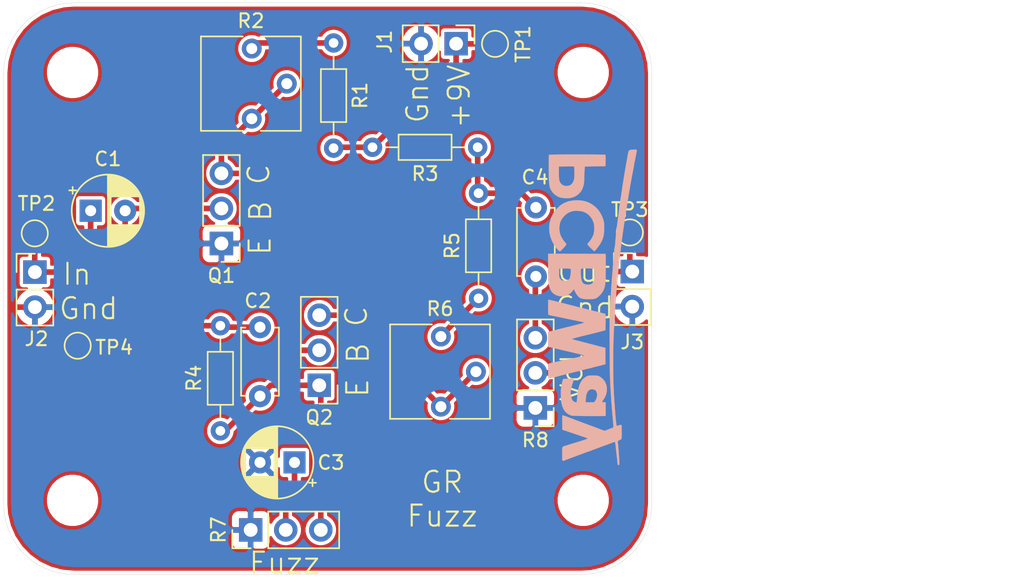
<source format=kicad_pcb>
(kicad_pcb (version 20171130) (host pcbnew 5.1.9+dfsg1-1)
  (layers (0 F.Cu signal) (31 B.Cu signal) (34 B.Paste user hide) (35 F.Paste user) (36 B.SilkS user) (37 F.SilkS user) (38 B.Mask user hide) (39 F.Mask user hide) (44 Edge.Cuts user))
  (net 0 "")
  (net 1 GNDREF)
  (net 2 "Net-(C4-Pad1)")
  (net 3 "Net-(C2-Pad1)")
  (net 4 /Out)
  (net 5 "Net-(C1-Pad2)")
  (net 6 "Net-(C3-Pad1)")
  (net 7 /In)
  (net 8 "Net-(C4-Pad2)")
  (net 9 +9V)
  (net 10 "Net-(Q1-Pad3)")
  (net 11 "Net-(Q2-Pad3)")
  (net 12 "Net-(R1-Pad1)")
  (net 13 "Net-(R5-Pad1)")
  (module "_Custom_Footprints:pcb way logo" (layer B.Cu) (at 131.3434 77.0128 270)
    (fp_text reference G*** hide)
    (fp_text value LOGO hide)
  )
  (module MountingHole:MountingHole_3.2mm_M3 (layer F.Cu) (at 92.6338 92.9386)
    (fp_text reference MH1 hide)
    (fp_text value MountingHole)
    (pad "" np_thru_hole circle (at 0.3662 -1.9386) (size 3.2 3.2) (drill 3.2) (layers *.Cu *.Mask))
  )
  (module MountingHole:MountingHole_3.2mm_M3 (layer F.Cu) (at 92.1258 59.2074)
    (fp_text reference MH3 hide)
    (fp_text value MountingHole)
    (pad "" np_thru_hole circle (at 0.8742 0.7926) (size 3.2 3.2) (drill 3.2) (layers *.Cu *.Mask))
  )
  (module MountingHole:MountingHole_3.2mm_M3 (layer F.Cu) (at 158.4706 58.6232)
    (fp_text reference MH2 hide)
    (fp_text value MountingHole)
    (pad "" np_thru_hole circle (at -28.4706 1.3768) (size 3.2 3.2) (drill 3.2) (layers *.Cu *.Mask))
  )
  (module MountingHole:MountingHole_3.2mm_M3 (layer F.Cu) (at 158.3182 93.0402)
    (fp_text reference MH4 hide)
    (fp_text value MountingHole)
    (pad "" np_thru_hole circle (at -28.3182 -2.0402) (size 3.2 3.2) (drill 3.2) (layers *.Cu *.Mask))
  )
  (module Connector_PinHeader_2.54mm:PinHeader_1x02_P2.54mm_Vertical (layer F.Cu) (at 90.2716 74.4601)
    (fp_text reference J2 (at 0.1143 4.8387) (layer F.SilkS))
    (fp_text value Conn_01x02)
    (pad 1 thru_hole rect (at 0 0) (size 1.7 1.7) (drill 1) (layers *.Cu *.Mask) (net 7 /In))
    (pad 2 thru_hole oval (at 0 2.54) (size 1.7 1.7) (drill 1) (layers *.Cu *.Mask) (net 1 GNDREF))
  )
  (module Connector_PinHeader_2.54mm:PinHeader_1x02_P2.54mm_Vertical (layer F.Cu) (at 133.5532 74.422)
    (fp_text reference J3 (at 0 5.1054) (layer F.SilkS))
    (fp_text value Conn_01x02)
    (pad 1 thru_hole rect (at 0 0) (size 1.7 1.7) (drill 1) (layers *.Cu *.Mask) (net 4 /Out))
    (pad 2 thru_hole oval (at 0 2.54) (size 1.7 1.7) (drill 1) (layers *.Cu *.Mask) (net 1 GNDREF))
  )
  (module Connector_PinHeader_2.54mm:PinHeader_1x02_P2.54mm_Vertical (layer F.Cu) (at 120.7897 57.912 270)
    (fp_text reference J1 (at -0.1397 5.1816 90) (layer F.SilkS))
    (fp_text value Conn_01x02)
    (pad 2 thru_hole oval (at 0 2.54 270) (size 1.7 1.7) (drill 1) (layers *.Cu *.Mask) (net 1 GNDREF))
    (pad 1 thru_hole rect (at 0 0 270) (size 1.7 1.7) (drill 1) (layers *.Cu *.Mask) (net 9 +9V))
  )
  (module TestPoint:TestPoint_Pad_D1.5mm (layer F.Cu) (at 123.6091 57.9247 270)
    (fp_text reference TP1 (at 0.0127 -2.032 90) (layer F.SilkS))
    (fp_text value TestPoint)
    (pad 1 smd circle (at 0 0 270) (size 1.5 1.5) (layers F.Cu F.Mask) (net 9 +9V))
  )
  (module TestPoint:TestPoint_Pad_D1.5mm (layer F.Cu) (at 90.2589 71.6534)
    (fp_text reference TP2 (at 0.127 -2.159 180) (layer F.SilkS))
    (fp_text value TestPoint)
    (pad 1 smd circle (at 0 0) (size 1.5 1.5) (layers F.Cu F.Mask) (net 7 /In))
  )
  (module TestPoint:TestPoint_Pad_D1.5mm (layer F.Cu) (at 133.3754 71.5899)
    (fp_text reference TP3 (at 0 -1.648) (layer F.SilkS))
    (fp_text value TestPoint)
    (pad 1 smd circle (at 0 0) (size 1.5 1.5) (layers F.Cu F.Mask) (net 4 /Out))
  )
  (module TestPoint:TestPoint_Pad_D1.5mm (layer F.Cu) (at 93.3704 79.7941 270)
    (fp_text reference TP4 (at 0.127 -2.6416 180) (layer F.SilkS))
    (fp_text value TestPoint)
    (pad 1 smd circle (at 0 0 270) (size 1.5 1.5) (layers F.Cu F.Mask) (net 1 GNDREF))
  )
  (module Capacitor_THT:CP_Radial_D5.0mm_P2.50mm (layer F.Cu) (at 94.3102 70.0151)
    (fp_text reference C1 (at 1.25 -3.75) (layer F.SilkS))
    (fp_text value 2u2)
    (pad 1 thru_hole rect (at 0 0) (size 1.6 1.6) (drill 0.8) (layers *.Cu *.Mask) (net 7 /In))
    (pad 2 thru_hole circle (at 2.5 0) (size 1.6 1.6) (drill 0.8) (layers *.Cu *.Mask) (net 5 "Net-(C1-Pad2)"))
  )
  (module Capacitor_THT:C_Disc_D4.7mm_W2.5mm_P5.00mm (layer F.Cu) (at 106.5784 83.4517 90)
    (fp_text reference C2 (at 6.9088 -0.1524 180) (layer F.SilkS))
    (fp_text value 470pF)
    (pad 2 thru_hole circle (at 5 0 90) (size 1.6 1.6) (drill 0.8) (layers *.Cu *.Mask) (net 5 "Net-(C1-Pad2)"))
    (pad 1 thru_hole circle (at 0 0 90) (size 1.6 1.6) (drill 0.8) (layers *.Cu *.Mask) (net 3 "Net-(C2-Pad1)"))
  )
  (module Capacitor_THT:CP_Radial_D5.0mm_P2.50mm (layer F.Cu) (at 109.0803 88.2523 180)
    (fp_text reference C3 (at -2.6416 -0.0127) (layer F.SilkS))
    (fp_text value 22u)
    (pad 2 thru_hole circle (at 2.5 0 180) (size 1.6 1.6) (drill 0.8) (layers *.Cu *.Mask) (net 1 GNDREF))
    (pad 1 thru_hole rect (at 0 0 180) (size 1.6 1.6) (drill 0.8) (layers *.Cu *.Mask) (net 6 "Net-(C3-Pad1)"))
  )
  (module Capacitor_THT:C_Disc_D4.7mm_W2.5mm_P5.00mm (layer F.Cu) (at 126.5682 74.7776 90)
    (fp_text reference C4 (at 7.1882 -0.0635 180) (layer F.SilkS))
    (fp_text value 100nF)
    (pad 1 thru_hole circle (at 0 0 90) (size 1.6 1.6) (drill 0.8) (layers *.Cu *.Mask) (net 2 "Net-(C4-Pad1)"))
    (pad 2 thru_hole circle (at 5 0 90) (size 1.6 1.6) (drill 0.8) (layers *.Cu *.Mask) (net 8 "Net-(C4-Pad2)"))
  )
  (module Connector_PinHeader_2.54mm:PinHeader_1x03_P2.54mm_Vertical (layer F.Cu) (at 103.7844 72.39 180)
    (fp_text reference Q1 (at 0 -2.33) (layer F.SilkS))
    (fp_text value 2N3904)
    (pad 3 thru_hole oval (at 0 5.08 180) (size 1.7 1.7) (drill 1) (layers *.Cu *.Mask) (net 10 "Net-(Q1-Pad3)"))
    (pad 2 thru_hole oval (at 0 2.54 180) (size 1.7 1.7) (drill 1) (layers *.Cu *.Mask) (net 5 "Net-(C1-Pad2)"))
    (pad 1 thru_hole rect (at 0 0 180) (size 1.7 1.7) (drill 1) (layers *.Cu *.Mask) (net 1 GNDREF))
  )
  (module Connector_PinHeader_2.54mm:PinHeader_1x03_P2.54mm_Vertical (layer F.Cu) (at 110.871 82.6643 180)
    (fp_text reference Q2 (at 0 -2.33) (layer F.SilkS))
    (fp_text value 2N3904)
    (pad 3 thru_hole oval (at 0 5.08 180) (size 1.7 1.7) (drill 1) (layers *.Cu *.Mask) (net 11 "Net-(Q2-Pad3)"))
    (pad 2 thru_hole oval (at 0 2.54 180) (size 1.7 1.7) (drill 1) (layers *.Cu *.Mask) (net 10 "Net-(Q1-Pad3)"))
    (pad 1 thru_hole rect (at 0 0 180) (size 1.7 1.7) (drill 1) (layers *.Cu *.Mask) (net 3 "Net-(C2-Pad1)"))
  )
  (module Resistor_THT:R_Axial_DIN0204_L3.6mm_D1.6mm_P7.62mm_Horizontal (layer F.Cu) (at 111.9124 57.8612 270)
    (fp_text reference R1 (at 3.81 -1.92 90) (layer F.SilkS))
    (fp_text value 20K)
    (pad 1 thru_hole circle (at 0 0 270) (size 1.4 1.4) (drill 0.7) (layers *.Cu *.Mask) (net 12 "Net-(R1-Pad1)"))
    (pad 2 thru_hole oval (at 7.62 0 270) (size 1.4 1.4) (drill 0.7) (layers *.Cu *.Mask) (net 9 +9V))
  )
  (module Potentiometer_THT:Potentiometer_Vishay_T73YP_Vertical (layer F.Cu) (at 105.9815 63.3476)
    (fp_text reference R2 (at -0.06 -7.09) (layer F.SilkS))
    (fp_text value 50K)
    (pad 1 thru_hole circle (at 0 0) (size 1.44 1.44) (drill 0.8) (layers *.Cu *.Mask) (net 10 "Net-(Q1-Pad3)"))
    (pad 2 thru_hole circle (at 2.54 -2.54) (size 1.44 1.44) (drill 0.8) (layers *.Cu *.Mask) (net 10 "Net-(Q1-Pad3)"))
    (pad 3 thru_hole circle (at 0 -5.08) (size 1.44 1.44) (drill 0.8) (layers *.Cu *.Mask) (net 12 "Net-(R1-Pad1)"))
  )
  (module Resistor_THT:R_Axial_DIN0204_L3.6mm_D1.6mm_P7.62mm_Horizontal (layer F.Cu) (at 122.3518 65.4177 180)
    (fp_text reference R3 (at 3.81 -1.92) (layer F.SilkS))
    (fp_text value 330r)
    (pad 2 thru_hole oval (at 7.62 0 180) (size 1.4 1.4) (drill 0.7) (layers *.Cu *.Mask) (net 9 +9V))
    (pad 1 thru_hole circle (at 0 0 180) (size 1.4 1.4) (drill 0.7) (layers *.Cu *.Mask) (net 8 "Net-(C4-Pad2)"))
  )
  (module Resistor_THT:R_Axial_DIN0204_L3.6mm_D1.6mm_P7.62mm_Horizontal (layer F.Cu) (at 103.7082 85.9663 90)
    (fp_text reference R4 (at 3.81 -1.92 90) (layer F.SilkS))
    (fp_text value 100K)
    (pad 1 thru_hole circle (at 0 0 90) (size 1.4 1.4) (drill 0.7) (layers *.Cu *.Mask) (net 3 "Net-(C2-Pad1)"))
    (pad 2 thru_hole oval (at 7.62 0 90) (size 1.4 1.4) (drill 0.7) (layers *.Cu *.Mask) (net 5 "Net-(C1-Pad2)"))
  )
  (module Resistor_THT:R_Axial_DIN0204_L3.6mm_D1.6mm_P7.62mm_Horizontal (layer F.Cu) (at 122.4153 76.3651 90)
    (fp_text reference R5 (at 3.81 -1.92 90) (layer F.SilkS))
    (fp_text value 4K7)
    (pad 2 thru_hole oval (at 7.62 0 90) (size 1.4 1.4) (drill 0.7) (layers *.Cu *.Mask) (net 8 "Net-(C4-Pad2)"))
    (pad 1 thru_hole circle (at 0 0 90) (size 1.4 1.4) (drill 0.7) (layers *.Cu *.Mask) (net 13 "Net-(R5-Pad1)"))
  )
  (module Potentiometer_THT:Potentiometer_Vishay_T73YP_Vertical (layer F.Cu) (at 119.6848 84.2137)
    (fp_text reference R6 (at -0.06 -7.09) (layer F.SilkS))
    (fp_text value 10K)
    (pad 3 thru_hole circle (at 0 -5.08) (size 1.44 1.44) (drill 0.8) (layers *.Cu *.Mask) (net 13 "Net-(R5-Pad1)"))
    (pad 2 thru_hole circle (at 2.54 -2.54) (size 1.44 1.44) (drill 0.8) (layers *.Cu *.Mask) (net 11 "Net-(Q2-Pad3)"))
    (pad 1 thru_hole circle (at 0 0) (size 1.44 1.44) (drill 0.8) (layers *.Cu *.Mask) (net 11 "Net-(Q2-Pad3)"))
  )
  (module Connector_PinHeader_2.54mm:PinHeader_1x03_P2.54mm_Vertical (layer F.Cu) (at 105.9053 93.1418 90)
    (fp_text reference R7 (at 0 -2.33 90) (layer F.SilkS))
    (fp_text value 1K)
    (pad 1 thru_hole rect (at 0 0 90) (size 1.7 1.7) (drill 1) (layers *.Cu *.Mask) (net 1 GNDREF))
    (pad 2 thru_hole oval (at 0 2.54 90) (size 1.7 1.7) (drill 1) (layers *.Cu *.Mask) (net 6 "Net-(C3-Pad1)"))
    (pad 3 thru_hole oval (at 0 5.08 90) (size 1.7 1.7) (drill 1) (layers *.Cu *.Mask) (net 3 "Net-(C2-Pad1)"))
  )
  (module Connector_PinHeader_2.54mm:PinHeader_1x03_P2.54mm_Vertical (layer F.Cu) (at 126.5301 84.3026 180)
    (fp_text reference R8 (at 0 -2.33) (layer F.SilkS))
    (fp_text value 500K)
    (pad 1 thru_hole rect (at 0 0 180) (size 1.7 1.7) (drill 1) (layers *.Cu *.Mask) (net 1 GNDREF))
    (pad 2 thru_hole oval (at 0 2.54 180) (size 1.7 1.7) (drill 1) (layers *.Cu *.Mask) (net 4 /Out))
    (pad 3 thru_hole oval (at 0 5.08 180) (size 1.7 1.7) (drill 1) (layers *.Cu *.Mask) (net 2 "Net-(C4-Pad1)"))
  )
  (gr_text Vol (at 129.1717 82.0801 90) (layer F.SilkS) (effects (font (size 1.524 1.524))))
  (gr_text B (at 113.6904 80.3275 90) (layer F.SilkS) (effects (font (size 1.524 1.524))))
  (gr_text E (at 113.6523 82.8548 90) (layer F.SilkS) (effects (font (size 1.524 1.524))))
  (gr_text C (at 113.5634 77.6732 90) (layer F.SilkS) (effects (font (size 1.524 1.524))))
  (gr_text C (at 106.4895 67.3862 90) (layer F.SilkS) (effects (font (size 1.524 1.524))))
  (gr_text B (at 106.6165 70.0405 90) (layer F.SilkS) (effects (font (size 1.524 1.524))))
  (gr_text E (at 106.5784 72.5678 90) (layer F.SilkS) (effects (font (size 1.524 1.524))))
  (gr_text Out (at 130.048 74.3966) (layer F.SilkS) (effects (font (size 1.524 1.524))))
  (gr_text Gnd (at 130.0988 77.0382) (layer F.SilkS) (effects (font (size 1.524 1.524))))
  (gr_text Gnd (at 94.1578 77.1017) (layer F.SilkS) (effects (font (size 1.524 1.524))))
  (gr_text +9V (at 121.0056 61.7347 90) (layer F.SilkS) (effects (font (size 1.524 1.524))))
  (gr_text Gnd (at 117.9957 61.5442 90) (layer F.SilkS) (effects (font (size 1.524 1.524))))
  (gr_text "In\n" (at 93.3196 74.6125) (layer F.SilkS) (effects (font (size 1.524 1.524))))
  (gr_text Fuzz (at 108.3564 95.5421) (layer F.SilkS) (effects (font (size 1.524 1.524))))
  (gr_arc (start 93.091 91.284) (end 88.011 91.284) (angle -90) (layer Edge.Cuts) (width 0.0254))
  (gr_text "GR\nFuzz" (at 119.7864 90.9066) (layer F.SilkS) (effects (font (size 1.524 1.524))))
  (gr_arc (start 129.88 91.284) (end 129.88 96.364) (angle -90) (layer Edge.Cuts) (width 0.0254))
  (gr_arc (start 129.88 60.038) (end 134.96 60.038) (angle -90) (layer Edge.Cuts) (width 0.0254))
  (gr_arc (start 93.091 60.038) (end 93.091 54.958) (angle -90) (layer Edge.Cuts) (width 0.0254))
  (gr_line (start 88.011 91.284) (end 88.011 60.038) (layer Edge.Cuts) (width 0.0254))
  (gr_line (start 129.88 96.364) (end 93.091 96.364) (layer Edge.Cuts) (width 0.0254))
  (gr_line (start 134.96 60.038) (end 134.96 91.284) (layer Edge.Cuts) (width 0.0254))
  (gr_line (start 93.091 54.958) (end 129.88 54.958) (layer Edge.Cuts) (width 0.0254))
  (segment (start 126.5301 74.8157) (end 126.5682 74.7776) (width 0.4064) (layer F.Cu) (net 2))
  (segment (start 126.5301 79.2226) (end 126.5301 74.8157) (width 0.4064) (layer F.Cu) (net 2))
  (segment (start 107.3658 82.6643) (end 106.5784 83.4517) (width 0.4064) (layer F.Cu) (net 3))
  (segment (start 110.871 82.6643) (end 107.3658 82.6643) (width 0.4064) (layer F.Cu) (net 3))
  (segment (start 104.0638 85.9663) (end 106.5784 83.4517) (width 0.4064) (layer F.Cu) (net 3))
  (segment (start 103.7082 85.9663) (end 104.0638 85.9663) (width 0.4064) (layer F.Cu) (net 3))
  (segment (start 110.9853 82.7786) (end 110.871 82.6643) (width 0.4064) (layer F.Cu) (net 3))
  (segment (start 110.9853 93.1418) (end 110.9853 82.7786) (width 0.4064) (layer F.Cu) (net 3))
  (segment (start 126.5301 81.7626) (end 128.2827 81.7626) (width 0.4064) (layer F.Cu) (net 4))
  (segment (start 128.2827 81.7626) (end 130.7465 79.2988) (width 0.4064) (layer F.Cu) (net 4))
  (segment (start 130.7465 79.2988) (end 130.7465 75.3618) (width 0.4064) (layer F.Cu) (net 4))
  (segment (start 131.6863 74.422) (end 133.5532 74.422) (width 0.4064) (layer F.Cu) (net 4))
  (segment (start 130.7465 75.3618) (end 131.6863 74.422) (width 0.4064) (layer F.Cu) (net 4))
  (segment (start 133.3754 74.2442) (end 133.5532 74.422) (width 0.4064) (layer F.Cu) (net 4))
  (segment (start 133.3754 71.5899) (end 133.3754 74.2442) (width 0.4064) (layer F.Cu) (net 4))
  (segment (start 96.9753 69.85) (end 96.8102 70.0151) (width 0.4064) (layer F.Cu) (net 5))
  (segment (start 103.7844 69.85) (end 96.9753 69.85) (width 0.4064) (layer F.Cu) (net 5))
  (segment (start 103.7082 78.3463) (end 101.6889 78.3463) (width 0.4064) (layer F.Cu) (net 5))
  (segment (start 96.8102 73.4676) (end 96.8102 70.0151) (width 0.4064) (layer F.Cu) (net 5))
  (segment (start 101.6889 78.3463) (end 96.8102 73.4676) (width 0.4064) (layer F.Cu) (net 5))
  (segment (start 103.8136 78.4517) (end 103.7082 78.3463) (width 0.4064) (layer F.Cu) (net 5))
  (segment (start 106.5784 78.4517) (end 103.8136 78.4517) (width 0.4064) (layer F.Cu) (net 5))
  (segment (start 108.4453 93.1418) (end 108.4453 90.9066) (width 0.4064) (layer F.Cu) (net 6))
  (segment (start 109.0803 90.2716) (end 109.0803 88.2523) (width 0.4064) (layer F.Cu) (net 6))
  (segment (start 108.4453 90.9066) (end 109.0803 90.2716) (width 0.4064) (layer F.Cu) (net 6))
  (segment (start 90.2716 74.4601) (end 91.8083 74.4601) (width 0.4064) (layer F.Cu) (net 7))
  (segment (start 94.3102 71.9582) (end 94.3102 70.0151) (width 0.4064) (layer F.Cu) (net 7))
  (segment (start 91.8083 74.4601) (end 94.3102 71.9582) (width 0.4064) (layer F.Cu) (net 7))
  (segment (start 90.2589 74.4474) (end 90.2716 74.4601) (width 0.4064) (layer F.Cu) (net 7))
  (segment (start 90.2589 71.6534) (end 90.2589 74.4474) (width 0.4064) (layer F.Cu) (net 7))
  (segment (start 122.3518 68.6816) (end 122.4153 68.7451) (width 0.4064) (layer F.Cu) (net 8))
  (segment (start 122.3518 65.4177) (end 122.3518 68.6816) (width 0.4064) (layer F.Cu) (net 8))
  (segment (start 125.5357 68.7451) (end 126.5682 69.7776) (width 0.4064) (layer F.Cu) (net 8))
  (segment (start 122.4153 68.7451) (end 125.5357 68.7451) (width 0.4064) (layer F.Cu) (net 8))
  (segment (start 120.7897 59.3598) (end 114.7318 65.4177) (width 0.4064) (layer F.Cu) (net 9))
  (segment (start 120.7897 57.912) (end 120.7897 59.3598) (width 0.4064) (layer F.Cu) (net 9))
  (segment (start 111.9759 65.4177) (end 111.9124 65.4812) (width 0.4064) (layer F.Cu) (net 9))
  (segment (start 114.7318 65.4177) (end 111.9759 65.4177) (width 0.4064) (layer F.Cu) (net 9))
  (segment (start 120.8024 57.9247) (end 120.7897 57.912) (width 0.4064) (layer F.Cu) (net 9))
  (segment (start 123.6091 57.9247) (end 120.8024 57.9247) (width 0.4064) (layer F.Cu) (net 9))
  (segment (start 108.5215 60.8076) (end 105.9815 63.3476) (width 0.4064) (layer F.Cu) (net 10))
  (segment (start 103.7844 65.5447) (end 105.9815 63.3476) (width 0.4064) (layer F.Cu) (net 10))
  (segment (start 103.7844 67.31) (end 103.7844 65.5447) (width 0.4064) (layer F.Cu) (net 10))
  (segment (start 110.871 80.1243) (end 109.2962 80.1243) (width 0.4064) (layer F.Cu) (net 10))
  (segment (start 109.2962 80.1243) (end 108.6358 79.4639) (width 0.4064) (layer F.Cu) (net 10))
  (segment (start 108.6358 79.4639) (end 108.6358 69.3928) (width 0.4064) (layer F.Cu) (net 10))
  (segment (start 106.553 67.31) (end 103.7844 67.31) (width 0.4064) (layer F.Cu) (net 10))
  (segment (start 108.6358 69.3928) (end 106.553 67.31) (width 0.4064) (layer F.Cu) (net 10))
  (segment (start 113.0554 77.5843) (end 119.6848 84.2137) (width 0.4064) (layer F.Cu) (net 11))
  (segment (start 110.871 77.5843) (end 113.0554 77.5843) (width 0.4064) (layer F.Cu) (net 11))
  (segment (start 122.2248 81.6737) (end 119.6848 84.2137) (width 0.4064) (layer F.Cu) (net 11))
  (segment (start 106.3879 57.8612) (end 105.9815 58.2676) (width 0.4064) (layer F.Cu) (net 12))
  (segment (start 111.9124 57.8612) (end 106.3879 57.8612) (width 0.4064) (layer F.Cu) (net 12))
  (segment (start 119.6848 79.0956) (end 122.4153 76.3651) (width 0.4064) (layer F.Cu) (net 13))
  (segment (start 119.6848 79.1337) (end 119.6848 79.0956) (width 0.4064) (layer F.Cu) (net 13))
  (zone (net 1) (net_name GNDREF) (layer F.Cu) (connect_pads (clearance 0.254)) (min_thickness 0.2032) (fill yes (arc_segments 32) (thermal_gap 0.508) (thermal_bridge_width 0.4064))
    (polygon (pts (xy 88.004609 54.778072) (xy 135.265775 54.798176) (xy 134.990226 97.144624) (xy 87.74176 97.01022)))
  )
  (zone (net 1) (net_name GNDREF) (layer B.Cu) (connect_pads (clearance 0.508)) (min_thickness 0.2032) (fill yes (arc_segments 32) (thermal_gap 0.762) (thermal_bridge_width 0.4064))
    (polygon (pts (xy 87.81807 54.74716) (xy 135.128055 55.079265) (xy 135.381945 97.219135) (xy 88.01354 97.01657)))
  )
)
</source>
